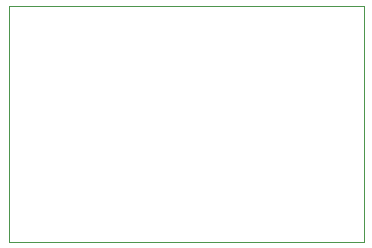
<source format=gbr>
%TF.GenerationSoftware,KiCad,Pcbnew,8.0.2*%
%TF.CreationDate,2025-01-22T12:11:11+05:30*%
%TF.ProjectId,pogo_adapter,706f676f-5f61-4646-9170-7465722e6b69,rev?*%
%TF.SameCoordinates,Original*%
%TF.FileFunction,Profile,NP*%
%FSLAX46Y46*%
G04 Gerber Fmt 4.6, Leading zero omitted, Abs format (unit mm)*
G04 Created by KiCad (PCBNEW 8.0.2) date 2025-01-22 12:11:11*
%MOMM*%
%LPD*%
G01*
G04 APERTURE LIST*
%TA.AperFunction,Profile*%
%ADD10C,0.050000*%
%TD*%
G04 APERTURE END LIST*
D10*
X80000000Y-70000000D02*
X110000000Y-70000000D01*
X80000000Y-90000000D02*
X80000000Y-70000000D01*
X110000000Y-90000000D02*
X80000000Y-90000000D01*
X110000000Y-70000000D02*
X110000000Y-90000000D01*
M02*

</source>
